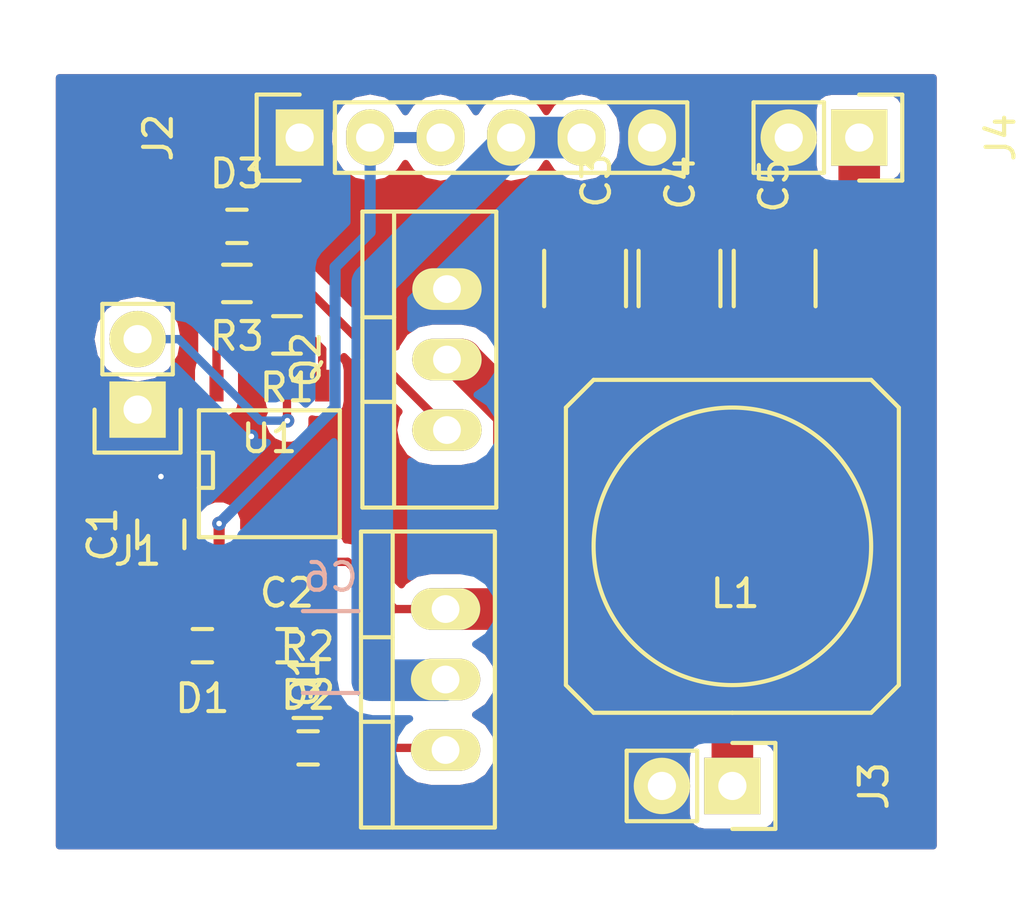
<source format=kicad_pcb>
(kicad_pcb (version 20170123) (host pcbnew "(2017-08-08 revision 53204e097)-makepkg")

  (general
    (thickness 1.6)
    (drawings 0)
    (tracks 92)
    (zones 0)
    (modules 20)
    (nets 13)
  )

  (page A4)
  (layers
    (0 F.Cu signal)
    (31 B.Cu signal)
    (32 B.Adhes user)
    (33 F.Adhes user)
    (34 B.Paste user)
    (35 F.Paste user)
    (36 B.SilkS user)
    (37 F.SilkS user)
    (38 B.Mask user)
    (39 F.Mask user)
    (40 Dwgs.User user)
    (41 Cmts.User user)
    (42 Eco1.User user)
    (43 Eco2.User user)
    (44 Edge.Cuts user)
    (45 Margin user)
    (46 B.CrtYd user)
    (47 F.CrtYd user)
    (48 B.Fab user)
    (49 F.Fab user)
  )

  (setup
    (last_trace_width 1.5)
    (user_trace_width 0.2)
    (user_trace_width 0.3)
    (user_trace_width 0.4)
    (user_trace_width 1.5)
    (user_trace_width 2)
    (trace_clearance 0.2)
    (zone_clearance 0.508)
    (zone_45_only no)
    (trace_min 0.2)
    (segment_width 0.2)
    (edge_width 0.15)
    (via_size 0.5)
    (via_drill 0.2)
    (via_min_size 0.45)
    (via_min_drill 0.2)
    (uvia_size 0.45)
    (uvia_drill 0.2)
    (uvias_allowed no)
    (uvia_min_size 0.2)
    (uvia_min_drill 0.1)
    (pcb_text_width 0.3)
    (pcb_text_size 1.5 1.5)
    (mod_edge_width 0.15)
    (mod_text_size 1 1)
    (mod_text_width 0.15)
    (pad_size 1.524 1.524)
    (pad_drill 0.762)
    (pad_to_mask_clearance 0.2)
    (aux_axis_origin 0 0)
    (visible_elements 7FFFFFFF)
    (pcbplotparams
      (layerselection 0x00030_ffffffff)
      (usegerberextensions false)
      (excludeedgelayer true)
      (linewidth 0.100000)
      (plotframeref false)
      (viasonmask false)
      (mode 1)
      (useauxorigin false)
      (hpglpennumber 1)
      (hpglpenspeed 20)
      (hpglpendiameter 15)
      (psnegative false)
      (psa4output false)
      (plotreference true)
      (plotvalue true)
      (plotinvisibletext false)
      (padsonsilk false)
      (subtractmaskfromsilk false)
      (outputformat 1)
      (mirror false)
      (drillshape 1)
      (scaleselection 1)
      (outputdirectory ""))
  )

  (net 0 "")
  (net 1 GND)
  (net 2 VDD)
  (net 3 "Net-(C2-Pad1)")
  (net 4 /OUT)
  (net 5 "Net-(D2-Pad1)")
  (net 6 "Net-(D2-Pad2)")
  (net 7 "Net-(D3-Pad2)")
  (net 8 "Net-(D3-Pad1)")
  (net 9 /IN)
  (net 10 VCC)
  (net 11 "Net-(R1-Pad1)")
  (net 12 /SWITCH)

  (net_class Default "This is the default net class."
    (clearance 0.2)
    (trace_width 0.2)
    (via_dia 0.5)
    (via_drill 0.2)
    (uvia_dia 0.45)
    (uvia_drill 0.2)
    (add_net /IN)
    (add_net /OUT)
    (add_net /SWITCH)
    (add_net GND)
    (add_net "Net-(C2-Pad1)")
    (add_net "Net-(D2-Pad1)")
    (add_net "Net-(D2-Pad2)")
    (add_net "Net-(D3-Pad1)")
    (add_net "Net-(D3-Pad2)")
    (add_net "Net-(R1-Pad1)")
    (add_net VCC)
    (add_net VDD)
  )

  (module Pin_Headers:Pin_Header_Straight_1x02 (layer F.Cu) (tedit 54EA090C) (tstamp 59F4BAB9)
    (at 142.494 110.744 270)
    (descr "Through hole pin header")
    (tags "pin header")
    (path /59E4C031)
    (fp_text reference J3 (at 0 -5.1 270) (layer F.SilkS)
      (effects (font (size 1 1) (thickness 0.15)))
    )
    (fp_text value CONN_01X02 (at 0 -3.1 270) (layer F.Fab)
      (effects (font (size 1 1) (thickness 0.15)))
    )
    (fp_line (start 1.27 1.27) (end 1.27 3.81) (layer F.SilkS) (width 0.15))
    (fp_line (start 1.55 -1.55) (end 1.55 0) (layer F.SilkS) (width 0.15))
    (fp_line (start -1.75 -1.75) (end -1.75 4.3) (layer F.CrtYd) (width 0.05))
    (fp_line (start 1.75 -1.75) (end 1.75 4.3) (layer F.CrtYd) (width 0.05))
    (fp_line (start -1.75 -1.75) (end 1.75 -1.75) (layer F.CrtYd) (width 0.05))
    (fp_line (start -1.75 4.3) (end 1.75 4.3) (layer F.CrtYd) (width 0.05))
    (fp_line (start 1.27 1.27) (end -1.27 1.27) (layer F.SilkS) (width 0.15))
    (fp_line (start -1.55 0) (end -1.55 -1.55) (layer F.SilkS) (width 0.15))
    (fp_line (start -1.55 -1.55) (end 1.55 -1.55) (layer F.SilkS) (width 0.15))
    (fp_line (start -1.27 1.27) (end -1.27 3.81) (layer F.SilkS) (width 0.15))
    (fp_line (start -1.27 3.81) (end 1.27 3.81) (layer F.SilkS) (width 0.15))
    (pad 1 thru_hole rect (at 0 0 270) (size 2.032 2.032) (drill 1.016) (layers *.Cu *.Mask F.SilkS)
      (net 12 /SWITCH))
    (pad 2 thru_hole oval (at 0 2.54 270) (size 2.032 2.032) (drill 1.016) (layers *.Cu *.Mask F.SilkS)
      (net 1 GND))
    (model Pin_Headers.3dshapes/Pin_Header_Straight_1x02.wrl
      (at (xyz 0 -0.05 0))
      (scale (xyz 1 1 1))
      (rotate (xyz 0 0 90))
    )
  )

  (module TO_SOT_Packages_THT:TO-220_Neutral123_Vertical (layer F.Cu) (tedit 0) (tstamp 59E5F642)
    (at 132.207 95.377 90)
    (descr "TO-220, Neutral, Vertical,")
    (tags "TO-220, Neutral, Vertical,")
    (path /59D77036)
    (fp_text reference Q2 (at 0 -5.08 90) (layer F.SilkS)
      (effects (font (size 1 1) (thickness 0.15)))
    )
    (fp_text value Q_NMOS_GDSD (at 0 3.81 90) (layer F.Fab)
      (effects (font (size 1 1) (thickness 0.15)))
    )
    (fp_line (start -1.524 -3.048) (end -1.524 -1.905) (layer F.SilkS) (width 0.15))
    (fp_line (start 1.524 -3.048) (end 1.524 -1.905) (layer F.SilkS) (width 0.15))
    (fp_line (start 5.334 -1.905) (end 5.334 1.778) (layer F.SilkS) (width 0.15))
    (fp_line (start 5.334 1.778) (end -5.334 1.778) (layer F.SilkS) (width 0.15))
    (fp_line (start -5.334 1.778) (end -5.334 -1.905) (layer F.SilkS) (width 0.15))
    (fp_line (start 5.334 -3.048) (end 5.334 -1.905) (layer F.SilkS) (width 0.15))
    (fp_line (start 5.334 -1.905) (end -5.334 -1.905) (layer F.SilkS) (width 0.15))
    (fp_line (start -5.334 -1.905) (end -5.334 -3.048) (layer F.SilkS) (width 0.15))
    (fp_line (start 0 -3.048) (end -5.334 -3.048) (layer F.SilkS) (width 0.15))
    (fp_line (start 0 -3.048) (end 5.334 -3.048) (layer F.SilkS) (width 0.15))
    (pad 2 thru_hole oval (at 0 0 180) (size 2.49936 1.50114) (drill 1.00076) (layers *.Cu *.Mask F.SilkS)
      (net 12 /SWITCH))
    (pad 1 thru_hole oval (at -2.54 0 180) (size 2.49936 1.50114) (drill 1.00076) (layers *.Cu *.Mask F.SilkS)
      (net 7 "Net-(D3-Pad2)"))
    (pad 3 thru_hole oval (at 2.54 0 180) (size 2.49936 1.50114) (drill 1.00076) (layers *.Cu *.Mask F.SilkS)
      (net 1 GND))
    (model TO_SOT_Packages_THT.3dshapes/TO-220_Neutral123_Vertical.wrl
      (at (xyz 0 0 0))
      (scale (xyz 0.3937 0.3937 0.3937))
      (rotate (xyz 0 0 0))
    )
  )

  (module Capacitors_SMD:C_0603 (layer F.Cu) (tedit 5415D631) (tstamp 59E5F5B2)
    (at 123.3932 105.6894 180)
    (descr "Capacitor SMD 0603, reflow soldering, AVX (see smccp.pdf)")
    (tags "capacitor 0603")
    (path /59D76E00)
    (attr smd)
    (fp_text reference D1 (at 0 -1.9 180) (layer F.SilkS)
      (effects (font (size 1 1) (thickness 0.15)))
    )
    (fp_text value 1N4148 (at 0 1.9 180) (layer F.Fab)
      (effects (font (size 1 1) (thickness 0.15)))
    )
    (fp_line (start -1.45 -0.75) (end 1.45 -0.75) (layer F.CrtYd) (width 0.05))
    (fp_line (start -1.45 0.75) (end 1.45 0.75) (layer F.CrtYd) (width 0.05))
    (fp_line (start -1.45 -0.75) (end -1.45 0.75) (layer F.CrtYd) (width 0.05))
    (fp_line (start 1.45 -0.75) (end 1.45 0.75) (layer F.CrtYd) (width 0.05))
    (fp_line (start -0.35 -0.6) (end 0.35 -0.6) (layer F.SilkS) (width 0.15))
    (fp_line (start 0.35 0.6) (end -0.35 0.6) (layer F.SilkS) (width 0.15))
    (pad 1 smd rect (at -0.75 0 180) (size 0.8 0.75) (layers F.Cu F.Paste F.Mask)
      (net 3 "Net-(C2-Pad1)"))
    (pad 2 smd rect (at 0.75 0 180) (size 0.8 0.75) (layers F.Cu F.Paste F.Mask)
      (net 2 VDD))
    (model Capacitors_SMD.3dshapes/C_0603.wrl
      (at (xyz 0 0 0))
      (scale (xyz 1 1 1))
      (rotate (xyz 0 0 0))
    )
  )

  (module Capacitors_SMD:C_0603 (layer F.Cu) (tedit 5415D631) (tstamp 59E5F5BE)
    (at 127.2032 109.3724)
    (descr "Capacitor SMD 0603, reflow soldering, AVX (see smccp.pdf)")
    (tags "capacitor 0603")
    (path /59D77F66)
    (attr smd)
    (fp_text reference D2 (at 0 -1.9) (layer F.SilkS)
      (effects (font (size 1 1) (thickness 0.15)))
    )
    (fp_text value 1N4148 (at 0 1.9) (layer F.Fab)
      (effects (font (size 1 1) (thickness 0.15)))
    )
    (fp_line (start -1.45 -0.75) (end 1.45 -0.75) (layer F.CrtYd) (width 0.05))
    (fp_line (start -1.45 0.75) (end 1.45 0.75) (layer F.CrtYd) (width 0.05))
    (fp_line (start -1.45 -0.75) (end -1.45 0.75) (layer F.CrtYd) (width 0.05))
    (fp_line (start 1.45 -0.75) (end 1.45 0.75) (layer F.CrtYd) (width 0.05))
    (fp_line (start -0.35 -0.6) (end 0.35 -0.6) (layer F.SilkS) (width 0.15))
    (fp_line (start 0.35 0.6) (end -0.35 0.6) (layer F.SilkS) (width 0.15))
    (pad 1 smd rect (at -0.75 0) (size 0.8 0.75) (layers F.Cu F.Paste F.Mask)
      (net 5 "Net-(D2-Pad1)"))
    (pad 2 smd rect (at 0.75 0) (size 0.8 0.75) (layers F.Cu F.Paste F.Mask)
      (net 6 "Net-(D2-Pad2)"))
    (model Capacitors_SMD.3dshapes/C_0603.wrl
      (at (xyz 0 0 0))
      (scale (xyz 1 1 1))
      (rotate (xyz 0 0 0))
    )
  )

  (module Capacitors_SMD:C_0603 (layer F.Cu) (tedit 5415D631) (tstamp 59E5F5CA)
    (at 124.6378 90.5764)
    (descr "Capacitor SMD 0603, reflow soldering, AVX (see smccp.pdf)")
    (tags "capacitor 0603")
    (path /59D77FD9)
    (attr smd)
    (fp_text reference D3 (at 0 -1.9) (layer F.SilkS)
      (effects (font (size 1 1) (thickness 0.15)))
    )
    (fp_text value D (at 0 1.9) (layer F.Fab)
      (effects (font (size 1 1) (thickness 0.15)))
    )
    (fp_line (start 0.35 0.6) (end -0.35 0.6) (layer F.SilkS) (width 0.15))
    (fp_line (start -0.35 -0.6) (end 0.35 -0.6) (layer F.SilkS) (width 0.15))
    (fp_line (start 1.45 -0.75) (end 1.45 0.75) (layer F.CrtYd) (width 0.05))
    (fp_line (start -1.45 -0.75) (end -1.45 0.75) (layer F.CrtYd) (width 0.05))
    (fp_line (start -1.45 0.75) (end 1.45 0.75) (layer F.CrtYd) (width 0.05))
    (fp_line (start -1.45 -0.75) (end 1.45 -0.75) (layer F.CrtYd) (width 0.05))
    (pad 2 smd rect (at 0.75 0) (size 0.8 0.75) (layers F.Cu F.Paste F.Mask)
      (net 7 "Net-(D3-Pad2)"))
    (pad 1 smd rect (at -0.75 0) (size 0.8 0.75) (layers F.Cu F.Paste F.Mask)
      (net 8 "Net-(D3-Pad1)"))
    (model Capacitors_SMD.3dshapes/C_0603.wrl
      (at (xyz 0 0 0))
      (scale (xyz 1 1 1))
      (rotate (xyz 0 0 0))
    )
  )

  (module Pin_Headers:Pin_Header_Straight_1x02 (layer F.Cu) (tedit 54EA090C) (tstamp 59E5F5DB)
    (at 121.0564 97.1804 180)
    (descr "Through hole pin header")
    (tags "pin header")
    (path /59D793D2)
    (fp_text reference J1 (at 0 -5.1 180) (layer F.SilkS)
      (effects (font (size 1 1) (thickness 0.15)))
    )
    (fp_text value CONN_01X02 (at 0 -3.1 180) (layer F.Fab)
      (effects (font (size 1 1) (thickness 0.15)))
    )
    (fp_line (start 1.27 1.27) (end 1.27 3.81) (layer F.SilkS) (width 0.15))
    (fp_line (start 1.55 -1.55) (end 1.55 0) (layer F.SilkS) (width 0.15))
    (fp_line (start -1.75 -1.75) (end -1.75 4.3) (layer F.CrtYd) (width 0.05))
    (fp_line (start 1.75 -1.75) (end 1.75 4.3) (layer F.CrtYd) (width 0.05))
    (fp_line (start -1.75 -1.75) (end 1.75 -1.75) (layer F.CrtYd) (width 0.05))
    (fp_line (start -1.75 4.3) (end 1.75 4.3) (layer F.CrtYd) (width 0.05))
    (fp_line (start 1.27 1.27) (end -1.27 1.27) (layer F.SilkS) (width 0.15))
    (fp_line (start -1.55 0) (end -1.55 -1.55) (layer F.SilkS) (width 0.15))
    (fp_line (start -1.55 -1.55) (end 1.55 -1.55) (layer F.SilkS) (width 0.15))
    (fp_line (start -1.27 1.27) (end -1.27 3.81) (layer F.SilkS) (width 0.15))
    (fp_line (start -1.27 3.81) (end 1.27 3.81) (layer F.SilkS) (width 0.15))
    (pad 1 thru_hole rect (at 0 0 180) (size 2.032 2.032) (drill 1.016) (layers *.Cu *.Mask F.SilkS)
      (net 1 GND))
    (pad 2 thru_hole oval (at 0 2.54 180) (size 2.032 2.032) (drill 1.016) (layers *.Cu *.Mask F.SilkS)
      (net 9 /IN))
    (model Pin_Headers.3dshapes/Pin_Header_Straight_1x02.wrl
      (at (xyz 0 -0.05 0))
      (scale (xyz 1 1 1))
      (rotate (xyz 0 0 90))
    )
  )

  (module Pin_Headers:Pin_Header_Straight_1x02 (layer F.Cu) (tedit 54EA090C) (tstamp 59E5F60E)
    (at 147.066 87.376 270)
    (descr "Through hole pin header")
    (tags "pin header")
    (path /59D7927B)
    (fp_text reference J4 (at 0 -5.1 270) (layer F.SilkS)
      (effects (font (size 1 1) (thickness 0.15)))
    )
    (fp_text value CONN_01X02 (at 0 -3.1 270) (layer F.Fab)
      (effects (font (size 1 1) (thickness 0.15)))
    )
    (fp_line (start 1.27 1.27) (end 1.27 3.81) (layer F.SilkS) (width 0.15))
    (fp_line (start 1.55 -1.55) (end 1.55 0) (layer F.SilkS) (width 0.15))
    (fp_line (start -1.75 -1.75) (end -1.75 4.3) (layer F.CrtYd) (width 0.05))
    (fp_line (start 1.75 -1.75) (end 1.75 4.3) (layer F.CrtYd) (width 0.05))
    (fp_line (start -1.75 -1.75) (end 1.75 -1.75) (layer F.CrtYd) (width 0.05))
    (fp_line (start -1.75 4.3) (end 1.75 4.3) (layer F.CrtYd) (width 0.05))
    (fp_line (start 1.27 1.27) (end -1.27 1.27) (layer F.SilkS) (width 0.15))
    (fp_line (start -1.55 0) (end -1.55 -1.55) (layer F.SilkS) (width 0.15))
    (fp_line (start -1.55 -1.55) (end 1.55 -1.55) (layer F.SilkS) (width 0.15))
    (fp_line (start -1.27 1.27) (end -1.27 3.81) (layer F.SilkS) (width 0.15))
    (fp_line (start -1.27 3.81) (end 1.27 3.81) (layer F.SilkS) (width 0.15))
    (pad 1 thru_hole rect (at 0 0 270) (size 2.032 2.032) (drill 1.016) (layers *.Cu *.Mask F.SilkS)
      (net 4 /OUT))
    (pad 2 thru_hole oval (at 0 2.54 270) (size 2.032 2.032) (drill 1.016) (layers *.Cu *.Mask F.SilkS)
      (net 1 GND))
    (model Pin_Headers.3dshapes/Pin_Header_Straight_1x02.wrl
      (at (xyz 0 -0.05 0))
      (scale (xyz 1 1 1))
      (rotate (xyz 0 0 90))
    )
  )

  (module Inductors:SELF-WE-PD-XXL (layer F.Cu) (tedit 0) (tstamp 59E5F620)
    (at 142.494 102.108 90)
    (descr "SELF- WE-PD-XXL")
    (path /59D76EB0)
    (attr smd)
    (fp_text reference L1 (at -1.69926 0.09906 180) (layer F.SilkS)
      (effects (font (size 1 1) (thickness 0.15)))
    )
    (fp_text value L (at 1.80086 0 180) (layer F.Fab)
      (effects (font (size 1 1) (thickness 0.15)))
    )
    (fp_circle (center 0 0) (end 0 -5.00126) (layer F.SilkS) (width 0.15))
    (fp_line (start -5.99948 0) (end -5.99948 -5.00126) (layer F.SilkS) (width 0.15))
    (fp_line (start -5.99948 -5.00126) (end -5.00126 -5.99948) (layer F.SilkS) (width 0.15))
    (fp_line (start -5.00126 -5.99948) (end 5.00126 -5.99948) (layer F.SilkS) (width 0.15))
    (fp_line (start 5.00126 -5.99948) (end 5.99948 -5.00126) (layer F.SilkS) (width 0.15))
    (fp_line (start 5.99948 -5.00126) (end 5.99948 5.00126) (layer F.SilkS) (width 0.15))
    (fp_line (start 5.99948 5.00126) (end 5.00126 5.99948) (layer F.SilkS) (width 0.15))
    (fp_line (start 5.00126 5.99948) (end -5.00126 5.99948) (layer F.SilkS) (width 0.15))
    (fp_line (start -5.00126 5.99948) (end -5.99948 5.00126) (layer F.SilkS) (width 0.15))
    (fp_line (start -5.99948 5.00126) (end -5.99948 0) (layer F.SilkS) (width 0.15))
    (fp_text user "" (at 0 0 90) (layer F.SilkS)
      (effects (font (size 1 1) (thickness 0.15)))
    )
    (fp_text user "" (at 0 0 90) (layer F.SilkS)
      (effects (font (size 1 1) (thickness 0.15)))
    )
    (pad 1 smd rect (at -5.00126 0 90) (size 2.90068 5.40004) (layers F.Cu F.Paste F.Mask)
      (net 12 /SWITCH))
    (pad 2 smd rect (at 5.00126 0 90) (size 2.90068 5.40004) (layers F.Cu F.Paste F.Mask)
      (net 4 /OUT))
    (model Inductors.3dshapes/SELF-WE-PD-XXL.wrl
      (at (xyz 0 0 0))
      (scale (xyz 1 1 1))
      (rotate (xyz 0 0 0))
    )
  )

  (module TO_SOT_Packages_THT:TO-220_Neutral123_Vertical (layer F.Cu) (tedit 0) (tstamp 59E5F631)
    (at 132.1562 106.9086 90)
    (descr "TO-220, Neutral, Vertical,")
    (tags "TO-220, Neutral, Vertical,")
    (path /59D76FB2)
    (fp_text reference Q1 (at 0 -5.08 90) (layer F.SilkS)
      (effects (font (size 1 1) (thickness 0.15)))
    )
    (fp_text value Q_NMOS_GDSD (at 0 3.81 90) (layer F.Fab)
      (effects (font (size 1 1) (thickness 0.15)))
    )
    (fp_line (start 0 -3.048) (end 5.334 -3.048) (layer F.SilkS) (width 0.15))
    (fp_line (start 0 -3.048) (end -5.334 -3.048) (layer F.SilkS) (width 0.15))
    (fp_line (start -5.334 -1.905) (end -5.334 -3.048) (layer F.SilkS) (width 0.15))
    (fp_line (start 5.334 -1.905) (end -5.334 -1.905) (layer F.SilkS) (width 0.15))
    (fp_line (start 5.334 -3.048) (end 5.334 -1.905) (layer F.SilkS) (width 0.15))
    (fp_line (start -5.334 1.778) (end -5.334 -1.905) (layer F.SilkS) (width 0.15))
    (fp_line (start 5.334 1.778) (end -5.334 1.778) (layer F.SilkS) (width 0.15))
    (fp_line (start 5.334 -1.905) (end 5.334 1.778) (layer F.SilkS) (width 0.15))
    (fp_line (start 1.524 -3.048) (end 1.524 -1.905) (layer F.SilkS) (width 0.15))
    (fp_line (start -1.524 -3.048) (end -1.524 -1.905) (layer F.SilkS) (width 0.15))
    (pad 3 thru_hole oval (at 2.54 0 180) (size 2.49936 1.50114) (drill 1.00076) (layers *.Cu *.Mask F.SilkS)
      (net 12 /SWITCH))
    (pad 1 thru_hole oval (at -2.54 0 180) (size 2.49936 1.50114) (drill 1.00076) (layers *.Cu *.Mask F.SilkS)
      (net 6 "Net-(D2-Pad2)"))
    (pad 2 thru_hole oval (at 0 0 180) (size 2.49936 1.50114) (drill 1.00076) (layers *.Cu *.Mask F.SilkS)
      (net 10 VCC))
    (model TO_SOT_Packages_THT.3dshapes/TO-220_Neutral123_Vertical.wrl
      (at (xyz 0 0 0))
      (scale (xyz 0.3937 0.3937 0.3937))
      (rotate (xyz 0 0 0))
    )
  )

  (module Resistors_SMD:R_0603 (layer F.Cu) (tedit 5415CC62) (tstamp 59E5F64E)
    (at 126.4412 94.488 180)
    (descr "Resistor SMD 0603, reflow soldering, Vishay (see dcrcw.pdf)")
    (tags "resistor 0603")
    (path /59D76CF6)
    (attr smd)
    (fp_text reference R1 (at 0 -1.9 180) (layer F.SilkS)
      (effects (font (size 1 1) (thickness 0.15)))
    )
    (fp_text value 10k (at 0 1.9 180) (layer F.Fab)
      (effects (font (size 1 1) (thickness 0.15)))
    )
    (fp_line (start -1.3 -0.8) (end 1.3 -0.8) (layer F.CrtYd) (width 0.05))
    (fp_line (start -1.3 0.8) (end 1.3 0.8) (layer F.CrtYd) (width 0.05))
    (fp_line (start -1.3 -0.8) (end -1.3 0.8) (layer F.CrtYd) (width 0.05))
    (fp_line (start 1.3 -0.8) (end 1.3 0.8) (layer F.CrtYd) (width 0.05))
    (fp_line (start 0.5 0.675) (end -0.5 0.675) (layer F.SilkS) (width 0.15))
    (fp_line (start -0.5 -0.675) (end 0.5 -0.675) (layer F.SilkS) (width 0.15))
    (pad 1 smd rect (at -0.75 0 180) (size 0.5 0.9) (layers F.Cu F.Paste F.Mask)
      (net 11 "Net-(R1-Pad1)"))
    (pad 2 smd rect (at 0.75 0 180) (size 0.5 0.9) (layers F.Cu F.Paste F.Mask)
      (net 1 GND))
    (model Resistors_SMD.3dshapes/R_0603.wrl
      (at (xyz 0 0 0))
      (scale (xyz 1 1 1))
      (rotate (xyz 0 0 0))
    )
  )

  (module Resistors_SMD:R_0603 (layer F.Cu) (tedit 5415CC62) (tstamp 59E5F65A)
    (at 127.1778 107.6198)
    (descr "Resistor SMD 0603, reflow soldering, Vishay (see dcrcw.pdf)")
    (tags "resistor 0603")
    (path /59D76DA0)
    (attr smd)
    (fp_text reference R2 (at 0 -1.9) (layer F.SilkS)
      (effects (font (size 1 1) (thickness 0.15)))
    )
    (fp_text value 10R (at 0 1.9) (layer F.Fab)
      (effects (font (size 1 1) (thickness 0.15)))
    )
    (fp_line (start -0.5 -0.675) (end 0.5 -0.675) (layer F.SilkS) (width 0.15))
    (fp_line (start 0.5 0.675) (end -0.5 0.675) (layer F.SilkS) (width 0.15))
    (fp_line (start 1.3 -0.8) (end 1.3 0.8) (layer F.CrtYd) (width 0.05))
    (fp_line (start -1.3 -0.8) (end -1.3 0.8) (layer F.CrtYd) (width 0.05))
    (fp_line (start -1.3 0.8) (end 1.3 0.8) (layer F.CrtYd) (width 0.05))
    (fp_line (start -1.3 -0.8) (end 1.3 -0.8) (layer F.CrtYd) (width 0.05))
    (pad 2 smd rect (at 0.75 0) (size 0.5 0.9) (layers F.Cu F.Paste F.Mask)
      (net 6 "Net-(D2-Pad2)"))
    (pad 1 smd rect (at -0.75 0) (size 0.5 0.9) (layers F.Cu F.Paste F.Mask)
      (net 5 "Net-(D2-Pad1)"))
    (model Resistors_SMD.3dshapes/R_0603.wrl
      (at (xyz 0 0 0))
      (scale (xyz 1 1 1))
      (rotate (xyz 0 0 0))
    )
  )

  (module Resistors_SMD:R_0603 (layer F.Cu) (tedit 5415CC62) (tstamp 59E5F666)
    (at 124.6378 92.6338 180)
    (descr "Resistor SMD 0603, reflow soldering, Vishay (see dcrcw.pdf)")
    (tags "resistor 0603")
    (path /59D76D3D)
    (attr smd)
    (fp_text reference R3 (at 0 -1.9 180) (layer F.SilkS)
      (effects (font (size 1 1) (thickness 0.15)))
    )
    (fp_text value 1N4148 (at 0 1.9 180) (layer F.Fab)
      (effects (font (size 1 1) (thickness 0.15)))
    )
    (fp_line (start -1.3 -0.8) (end 1.3 -0.8) (layer F.CrtYd) (width 0.05))
    (fp_line (start -1.3 0.8) (end 1.3 0.8) (layer F.CrtYd) (width 0.05))
    (fp_line (start -1.3 -0.8) (end -1.3 0.8) (layer F.CrtYd) (width 0.05))
    (fp_line (start 1.3 -0.8) (end 1.3 0.8) (layer F.CrtYd) (width 0.05))
    (fp_line (start 0.5 0.675) (end -0.5 0.675) (layer F.SilkS) (width 0.15))
    (fp_line (start -0.5 -0.675) (end 0.5 -0.675) (layer F.SilkS) (width 0.15))
    (pad 1 smd rect (at -0.75 0 180) (size 0.5 0.9) (layers F.Cu F.Paste F.Mask)
      (net 7 "Net-(D3-Pad2)"))
    (pad 2 smd rect (at 0.75 0 180) (size 0.5 0.9) (layers F.Cu F.Paste F.Mask)
      (net 8 "Net-(D3-Pad1)"))
    (model Resistors_SMD.3dshapes/R_0603.wrl
      (at (xyz 0 0 0))
      (scale (xyz 1 1 1))
      (rotate (xyz 0 0 0))
    )
  )

  (module SMD_Packages:SOIC-8-N (layer F.Cu) (tedit 0) (tstamp 59E5F679)
    (at 125.8062 99.4918)
    (descr "Module Narrow CMS SOJ 8 pins large")
    (tags "CMS SOJ")
    (path /59D7AE2B)
    (attr smd)
    (fp_text reference U1 (at 0 -1.27) (layer F.SilkS)
      (effects (font (size 1 1) (thickness 0.15)))
    )
    (fp_text value LM5104 (at 0 1.27) (layer F.Fab)
      (effects (font (size 1 1) (thickness 0.15)))
    )
    (fp_line (start -2.54 -2.286) (end 2.54 -2.286) (layer F.SilkS) (width 0.15))
    (fp_line (start 2.54 -2.286) (end 2.54 2.286) (layer F.SilkS) (width 0.15))
    (fp_line (start 2.54 2.286) (end -2.54 2.286) (layer F.SilkS) (width 0.15))
    (fp_line (start -2.54 2.286) (end -2.54 -2.286) (layer F.SilkS) (width 0.15))
    (fp_line (start -2.54 -0.762) (end -2.032 -0.762) (layer F.SilkS) (width 0.15))
    (fp_line (start -2.032 -0.762) (end -2.032 0.508) (layer F.SilkS) (width 0.15))
    (fp_line (start -2.032 0.508) (end -2.54 0.508) (layer F.SilkS) (width 0.15))
    (pad 8 smd rect (at -1.905 -3.175) (size 0.508 1.143) (layers F.Cu F.Paste F.Mask)
      (net 8 "Net-(D3-Pad1)"))
    (pad 7 smd rect (at -0.635 -3.175) (size 0.508 1.143) (layers F.Cu F.Paste F.Mask)
      (net 1 GND))
    (pad 6 smd rect (at 0.635 -3.175) (size 0.508 1.143) (layers F.Cu F.Paste F.Mask)
      (net 9 /IN))
    (pad 5 smd rect (at 1.905 -3.175) (size 0.508 1.143) (layers F.Cu F.Paste F.Mask)
      (net 11 "Net-(R1-Pad1)"))
    (pad 4 smd rect (at 1.905 3.175) (size 0.508 1.143) (layers F.Cu F.Paste F.Mask)
      (net 12 /SWITCH))
    (pad 3 smd rect (at 0.635 3.175) (size 0.508 1.143) (layers F.Cu F.Paste F.Mask)
      (net 5 "Net-(D2-Pad1)"))
    (pad 2 smd rect (at -0.635 3.175) (size 0.508 1.143) (layers F.Cu F.Paste F.Mask)
      (net 3 "Net-(C2-Pad1)"))
    (pad 1 smd rect (at -1.905 3.175) (size 0.508 1.143) (layers F.Cu F.Paste F.Mask)
      (net 2 VDD))
    (model SMD_Packages.3dshapes/SOIC-8-N.wrl
      (at (xyz 0 0 0))
      (scale (xyz 0.5 0.38 0.5))
      (rotate (xyz 0 0 0))
    )
  )

  (module Capacitors_SMD:C_0805 (layer F.Cu) (tedit 5415D6EA) (tstamp 59E85B34)
    (at 121.8946 101.6762 90)
    (descr "Capacitor SMD 0805, reflow soldering, AVX (see smccp.pdf)")
    (tags "capacitor 0805")
    (path /59D76CCF)
    (attr smd)
    (fp_text reference C1 (at 0 -2.1 90) (layer F.SilkS)
      (effects (font (size 1 1) (thickness 0.15)))
    )
    (fp_text value 1u (at 0 2.1 90) (layer F.Fab)
      (effects (font (size 1 1) (thickness 0.15)))
    )
    (fp_line (start -1.8 -1) (end 1.8 -1) (layer F.CrtYd) (width 0.05))
    (fp_line (start -1.8 1) (end 1.8 1) (layer F.CrtYd) (width 0.05))
    (fp_line (start -1.8 -1) (end -1.8 1) (layer F.CrtYd) (width 0.05))
    (fp_line (start 1.8 -1) (end 1.8 1) (layer F.CrtYd) (width 0.05))
    (fp_line (start 0.5 -0.85) (end -0.5 -0.85) (layer F.SilkS) (width 0.15))
    (fp_line (start -0.5 0.85) (end 0.5 0.85) (layer F.SilkS) (width 0.15))
    (pad 1 smd rect (at -1 0 90) (size 1 1.25) (layers F.Cu F.Paste F.Mask)
      (net 2 VDD))
    (pad 2 smd rect (at 1 0 90) (size 1 1.25) (layers F.Cu F.Paste F.Mask)
      (net 1 GND))
    (model Capacitors_SMD.3dshapes/C_0805.wrl
      (at (xyz 0 0 0))
      (scale (xyz 1 1 1))
      (rotate (xyz 0 0 0))
    )
  )

  (module Capacitors_SMD:C_0603 (layer F.Cu) (tedit 5415D631) (tstamp 59E85B3F)
    (at 126.4412 105.6894)
    (descr "Capacitor SMD 0603, reflow soldering, AVX (see smccp.pdf)")
    (tags "capacitor 0603")
    (path /59D76C68)
    (attr smd)
    (fp_text reference C2 (at 0 -1.9) (layer F.SilkS)
      (effects (font (size 1 1) (thickness 0.15)))
    )
    (fp_text value 47n (at 0 1.9) (layer F.Fab)
      (effects (font (size 1 1) (thickness 0.15)))
    )
    (fp_line (start -1.45 -0.75) (end 1.45 -0.75) (layer F.CrtYd) (width 0.05))
    (fp_line (start -1.45 0.75) (end 1.45 0.75) (layer F.CrtYd) (width 0.05))
    (fp_line (start -1.45 -0.75) (end -1.45 0.75) (layer F.CrtYd) (width 0.05))
    (fp_line (start 1.45 -0.75) (end 1.45 0.75) (layer F.CrtYd) (width 0.05))
    (fp_line (start -0.35 -0.6) (end 0.35 -0.6) (layer F.SilkS) (width 0.15))
    (fp_line (start 0.35 0.6) (end -0.35 0.6) (layer F.SilkS) (width 0.15))
    (pad 1 smd rect (at -0.75 0) (size 0.8 0.75) (layers F.Cu F.Paste F.Mask)
      (net 3 "Net-(C2-Pad1)"))
    (pad 2 smd rect (at 0.75 0) (size 0.8 0.75) (layers F.Cu F.Paste F.Mask)
      (net 12 /SWITCH))
    (model Capacitors_SMD.3dshapes/C_0603.wrl
      (at (xyz 0 0 0))
      (scale (xyz 1 1 1))
      (rotate (xyz 0 0 0))
    )
  )

  (module Capacitors_SMD:C_1210 (layer F.Cu) (tedit 5415D85D) (tstamp 59EDDA5E)
    (at 140.589 92.456 90)
    (descr "Capacitor SMD 1210, reflow soldering, AVX (see smccp.pdf)")
    (tags "capacitor 1210")
    (path /59D7B2EE)
    (attr smd)
    (fp_text reference C4 (at 3.4544 0.0254 90) (layer F.SilkS)
      (effects (font (size 1 1) (thickness 0.15)))
    )
    (fp_text value 10u (at 0 2.7 90) (layer F.Fab)
      (effects (font (size 1 1) (thickness 0.15)))
    )
    (fp_line (start -2.3 -1.6) (end 2.3 -1.6) (layer F.CrtYd) (width 0.05))
    (fp_line (start -2.3 1.6) (end 2.3 1.6) (layer F.CrtYd) (width 0.05))
    (fp_line (start -2.3 -1.6) (end -2.3 1.6) (layer F.CrtYd) (width 0.05))
    (fp_line (start 2.3 -1.6) (end 2.3 1.6) (layer F.CrtYd) (width 0.05))
    (fp_line (start 1 -1.475) (end -1 -1.475) (layer F.SilkS) (width 0.15))
    (fp_line (start -1 1.475) (end 1 1.475) (layer F.SilkS) (width 0.15))
    (pad 1 smd rect (at -1.5 0 90) (size 1 2.5) (layers F.Cu F.Paste F.Mask)
      (net 4 /OUT))
    (pad 2 smd rect (at 1.5 0 90) (size 1 2.5) (layers F.Cu F.Paste F.Mask)
      (net 1 GND))
    (model Capacitors_SMD.3dshapes/C_1210.wrl
      (at (xyz 0 0 0))
      (scale (xyz 1 1 1))
      (rotate (xyz 0 0 0))
    )
  )

  (module Capacitors_SMD:C_1210 (layer F.Cu) (tedit 5415D85D) (tstamp 59EDDA69)
    (at 144.018 92.456 90)
    (descr "Capacitor SMD 1210, reflow soldering, AVX (see smccp.pdf)")
    (tags "capacitor 1210")
    (path /59D7B33B)
    (attr smd)
    (fp_text reference C5 (at 3.3528 -0.0254 90) (layer F.SilkS)
      (effects (font (size 1 1) (thickness 0.15)))
    )
    (fp_text value 10u (at 0 2.7 90) (layer F.Fab)
      (effects (font (size 1 1) (thickness 0.15)))
    )
    (fp_line (start -1 1.475) (end 1 1.475) (layer F.SilkS) (width 0.15))
    (fp_line (start 1 -1.475) (end -1 -1.475) (layer F.SilkS) (width 0.15))
    (fp_line (start 2.3 -1.6) (end 2.3 1.6) (layer F.CrtYd) (width 0.05))
    (fp_line (start -2.3 -1.6) (end -2.3 1.6) (layer F.CrtYd) (width 0.05))
    (fp_line (start -2.3 1.6) (end 2.3 1.6) (layer F.CrtYd) (width 0.05))
    (fp_line (start -2.3 -1.6) (end 2.3 -1.6) (layer F.CrtYd) (width 0.05))
    (pad 2 smd rect (at 1.5 0 90) (size 1 2.5) (layers F.Cu F.Paste F.Mask)
      (net 1 GND))
    (pad 1 smd rect (at -1.5 0 90) (size 1 2.5) (layers F.Cu F.Paste F.Mask)
      (net 4 /OUT))
    (model Capacitors_SMD.3dshapes/C_1210.wrl
      (at (xyz 0 0 0))
      (scale (xyz 1 1 1))
      (rotate (xyz 0 0 0))
    )
  )

  (module Capacitors_SMD:C_1210 (layer B.Cu) (tedit 5415D85D) (tstamp 59EDDA74)
    (at 128.016 105.918 180)
    (descr "Capacitor SMD 1210, reflow soldering, AVX (see smccp.pdf)")
    (tags "capacitor 1210")
    (path /59E498CD)
    (attr smd)
    (fp_text reference C6 (at 0 2.7 180) (layer B.SilkS)
      (effects (font (size 1 1) (thickness 0.15)) (justify mirror))
    )
    (fp_text value 10u (at 0 -2.7 180) (layer B.Fab)
      (effects (font (size 1 1) (thickness 0.15)) (justify mirror))
    )
    (fp_line (start -2.3 1.6) (end 2.3 1.6) (layer B.CrtYd) (width 0.05))
    (fp_line (start -2.3 -1.6) (end 2.3 -1.6) (layer B.CrtYd) (width 0.05))
    (fp_line (start -2.3 1.6) (end -2.3 -1.6) (layer B.CrtYd) (width 0.05))
    (fp_line (start 2.3 1.6) (end 2.3 -1.6) (layer B.CrtYd) (width 0.05))
    (fp_line (start 1 1.475) (end -1 1.475) (layer B.SilkS) (width 0.15))
    (fp_line (start -1 -1.475) (end 1 -1.475) (layer B.SilkS) (width 0.15))
    (pad 1 smd rect (at -1.5 0 180) (size 1 2.5) (layers B.Cu B.Paste B.Mask)
      (net 10 VCC))
    (pad 2 smd rect (at 1.5 0 180) (size 1 2.5) (layers B.Cu B.Paste B.Mask)
      (net 1 GND))
    (model Capacitors_SMD.3dshapes/C_1210.wrl
      (at (xyz 0 0 0))
      (scale (xyz 1 1 1))
      (rotate (xyz 0 0 0))
    )
  )

  (module Capacitors_SMD:C_1210 (layer F.Cu) (tedit 5415D85D) (tstamp 59EDDBA5)
    (at 137.1854 92.456 90)
    (descr "Capacitor SMD 1210, reflow soldering, AVX (see smccp.pdf)")
    (tags "capacitor 1210")
    (path /59D76E77)
    (attr smd)
    (fp_text reference C3 (at 3.5306 0.4064 90) (layer F.SilkS)
      (effects (font (size 1 1) (thickness 0.15)))
    )
    (fp_text value 68u (at 0 2.7 90) (layer F.Fab)
      (effects (font (size 1 1) (thickness 0.15)))
    )
    (fp_line (start -2.3 -1.6) (end 2.3 -1.6) (layer F.CrtYd) (width 0.05))
    (fp_line (start -2.3 1.6) (end 2.3 1.6) (layer F.CrtYd) (width 0.05))
    (fp_line (start -2.3 -1.6) (end -2.3 1.6) (layer F.CrtYd) (width 0.05))
    (fp_line (start 2.3 -1.6) (end 2.3 1.6) (layer F.CrtYd) (width 0.05))
    (fp_line (start 1 -1.475) (end -1 -1.475) (layer F.SilkS) (width 0.15))
    (fp_line (start -1 1.475) (end 1 1.475) (layer F.SilkS) (width 0.15))
    (pad 1 smd rect (at -1.5 0 90) (size 1 2.5) (layers F.Cu F.Paste F.Mask)
      (net 4 /OUT))
    (pad 2 smd rect (at 1.5 0 90) (size 1 2.5) (layers F.Cu F.Paste F.Mask)
      (net 1 GND))
    (model Capacitors_SMD.3dshapes/C_1210.wrl
      (at (xyz 0 0 0))
      (scale (xyz 1 1 1))
      (rotate (xyz 0 0 0))
    )
  )

  (module Pin_Headers:Pin_Header_Straight_1x06 (layer F.Cu) (tedit 0) (tstamp 59F2703B)
    (at 126.8984 87.376 90)
    (descr "Through hole pin header")
    (tags "pin header")
    (path /59E4AF6E)
    (fp_text reference J2 (at 0 -5.1 90) (layer F.SilkS)
      (effects (font (size 1 1) (thickness 0.15)))
    )
    (fp_text value CONN_01X06 (at 0 -3.1 90) (layer F.Fab)
      (effects (font (size 1 1) (thickness 0.15)))
    )
    (fp_line (start -1.75 -1.75) (end -1.75 14.45) (layer F.CrtYd) (width 0.05))
    (fp_line (start 1.75 -1.75) (end 1.75 14.45) (layer F.CrtYd) (width 0.05))
    (fp_line (start -1.75 -1.75) (end 1.75 -1.75) (layer F.CrtYd) (width 0.05))
    (fp_line (start -1.75 14.45) (end 1.75 14.45) (layer F.CrtYd) (width 0.05))
    (fp_line (start 1.27 1.27) (end 1.27 13.97) (layer F.SilkS) (width 0.15))
    (fp_line (start 1.27 13.97) (end -1.27 13.97) (layer F.SilkS) (width 0.15))
    (fp_line (start -1.27 13.97) (end -1.27 1.27) (layer F.SilkS) (width 0.15))
    (fp_line (start 1.55 -1.55) (end 1.55 0) (layer F.SilkS) (width 0.15))
    (fp_line (start 1.27 1.27) (end -1.27 1.27) (layer F.SilkS) (width 0.15))
    (fp_line (start -1.55 0) (end -1.55 -1.55) (layer F.SilkS) (width 0.15))
    (fp_line (start -1.55 -1.55) (end 1.55 -1.55) (layer F.SilkS) (width 0.15))
    (pad 1 thru_hole rect (at 0 0 90) (size 2.032 1.7272) (drill 1.016) (layers *.Cu *.Mask F.SilkS)
      (net 1 GND))
    (pad 2 thru_hole oval (at 0 2.54 90) (size 2.032 1.7272) (drill 1.016) (layers *.Cu *.Mask F.SilkS)
      (net 2 VDD))
    (pad 3 thru_hole oval (at 0 5.08 90) (size 2.032 1.7272) (drill 1.016) (layers *.Cu *.Mask F.SilkS)
      (net 2 VDD))
    (pad 4 thru_hole oval (at 0 7.62 90) (size 2.032 1.7272) (drill 1.016) (layers *.Cu *.Mask F.SilkS)
      (net 10 VCC))
    (pad 5 thru_hole oval (at 0 10.16 90) (size 2.032 1.7272) (drill 1.016) (layers *.Cu *.Mask F.SilkS)
      (net 10 VCC))
    (pad 6 thru_hole oval (at 0 12.7 90) (size 2.032 1.7272) (drill 1.016) (layers *.Cu *.Mask F.SilkS)
      (net 1 GND))
    (model Pin_Headers.3dshapes/Pin_Header_Straight_1x06.wrl
      (at (xyz 0 -0.25 0))
      (scale (xyz 1 1 1))
      (rotate (xyz 0 0 90))
    )
  )

  (segment (start 121.8946 100.6762) (end 121.8946 99.597114) (width 0.3) (layer F.Cu) (net 1) (status 10))
  (segment (start 121.8946 99.597114) (end 121.898815 99.592899) (width 0.3) (layer F.Cu) (net 1))
  (via (at 121.898815 99.592899) (size 0.5) (drill 0.2) (layers F.Cu B.Cu) (net 1))
  (segment (start 125.1712 96.3168) (end 125.1712 98.133004) (width 0.3) (layer F.Cu) (net 1) (status 10))
  (segment (start 125.1712 98.133004) (end 125.157831 98.146373) (width 0.3) (layer F.Cu) (net 1))
  (via (at 125.157831 98.146373) (size 0.5) (drill 0.2) (layers F.Cu B.Cu) (net 1))
  (segment (start 125.1712 96.3168) (end 125.1712 95.008) (width 0.3) (layer F.Cu) (net 1) (status 10))
  (segment (start 125.1712 95.008) (end 125.6912 94.488) (width 0.3) (layer F.Cu) (net 1) (status 20))
  (segment (start 129.4384 87.376) (end 129.4384 90.7796) (width 0.4) (layer B.Cu) (net 2))
  (segment (start 129.4384 90.7796) (end 128.1748 92.0432) (width 0.4) (layer B.Cu) (net 2))
  (segment (start 124.245249 101.036272) (end 123.99525 101.286271) (width 0.4) (layer B.Cu) (net 2))
  (segment (start 128.1748 92.0432) (end 128.1748 97.106721) (width 0.4) (layer B.Cu) (net 2))
  (segment (start 128.1748 97.106721) (end 124.245249 101.036272) (width 0.4) (layer B.Cu) (net 2))
  (segment (start 123.99525 101.286271) (end 123.99525 102.57275) (width 0.4) (layer F.Cu) (net 2))
  (segment (start 123.99525 102.57275) (end 123.9012 102.6668) (width 0.4) (layer F.Cu) (net 2))
  (via (at 123.99525 101.286271) (size 0.5) (drill 0.2) (layers F.Cu B.Cu) (net 2))
  (segment (start 131.9784 87.376) (end 129.4384 87.376) (width 0.4) (layer B.Cu) (net 2))
  (segment (start 121.8946 102.6762) (end 123.8918 102.6762) (width 0.4) (layer F.Cu) (net 2) (status 30))
  (segment (start 123.8918 102.6762) (end 123.9012 102.6668) (width 0.4) (layer F.Cu) (net 2) (status 30))
  (segment (start 121.8344 102.616) (end 121.8946 102.6762) (width 0.4) (layer F.Cu) (net 2) (status 30))
  (segment (start 121.8946 103.578489) (end 122.6432 104.327089) (width 0.3) (layer F.Cu) (net 2))
  (segment (start 122.6432 104.327089) (end 122.6432 105.6894) (width 0.3) (layer F.Cu) (net 2) (status 20))
  (segment (start 121.8946 102.6762) (end 121.8946 103.578489) (width 0.3) (layer F.Cu) (net 2) (status 10))
  (segment (start 121.904 102.6668) (end 121.8946 102.6762) (width 0.3) (layer F.Cu) (net 2) (status 30))
  (segment (start 125.6912 104.5333) (end 125.1712 104.0133) (width 0.3) (layer F.Cu) (net 3))
  (segment (start 125.1712 104.0133) (end 125.1712 102.6668) (width 0.3) (layer F.Cu) (net 3) (status 20))
  (segment (start 125.6912 105.6894) (end 125.6912 104.5333) (width 0.3) (layer F.Cu) (net 3) (status 10))
  (segment (start 125.6912 105.6894) (end 124.1432 105.6894) (width 0.3) (layer F.Cu) (net 3) (status 30))
  (segment (start 140.589 96.901) (end 140.589 93.956) (width 1.5) (layer F.Cu) (net 4))
  (segment (start 140.79474 97.10674) (end 140.589 96.901) (width 1.5) (layer F.Cu) (net 4))
  (segment (start 142.494 97.10674) (end 140.79474 97.10674) (width 1.5) (layer F.Cu) (net 4))
  (segment (start 144.018 93.956) (end 145.566 93.956) (width 1.5) (layer F.Cu) (net 4))
  (segment (start 145.566 93.956) (end 147.066 92.456) (width 1.5) (layer F.Cu) (net 4))
  (segment (start 147.066 92.456) (end 147.066 89.892) (width 1.5) (layer F.Cu) (net 4))
  (segment (start 147.066 89.892) (end 147.066 87.376) (width 1.5) (layer F.Cu) (net 4))
  (segment (start 140.589 93.956) (end 142.494 93.956) (width 1.5) (layer F.Cu) (net 4))
  (segment (start 142.494 93.956) (end 144.018 93.956) (width 1.5) (layer F.Cu) (net 4))
  (segment (start 137.1854 93.956) (end 140.589 93.956) (width 1.5) (layer F.Cu) (net 4))
  (segment (start 134.5184 87.376) (end 134.5184 87.621507) (width 1.5) (layer B.Cu) (net 10))
  (segment (start 134.5184 87.621507) (end 129.516 92.623907) (width 1.5) (layer B.Cu) (net 10))
  (segment (start 129.516 92.623907) (end 129.516 104.104707) (width 1.5) (layer B.Cu) (net 10))
  (segment (start 129.516 104.104707) (end 129.516 106.934) (width 1.5) (layer B.Cu) (net 10))
  (segment (start 129.516 106.934) (end 132.1308 106.934) (width 1.5) (layer B.Cu) (net 10))
  (segment (start 132.1308 106.934) (end 132.1562 106.9086) (width 1.5) (layer B.Cu) (net 10))
  (segment (start 142.494 107.10926) (end 142.494 110.744) (width 1.5) (layer F.Cu) (net 12))
  (segment (start 137.3886 104.3686) (end 134.62 104.3686) (width 1.5) (layer F.Cu) (net 12))
  (segment (start 134.62 97.29089) (end 134.62 104.3686) (width 1.5) (layer F.Cu) (net 12))
  (segment (start 134.62 104.3686) (end 132.1562 104.3686) (width 1.5) (layer F.Cu) (net 12))
  (segment (start 132.207 95.377) (end 132.70611 95.377) (width 1.5) (layer F.Cu) (net 12))
  (segment (start 132.70611 95.377) (end 134.62 97.29089) (width 1.5) (layer F.Cu) (net 12))
  (segment (start 142.494 107.10926) (end 140.12926 107.10926) (width 1.5) (layer F.Cu) (net 12))
  (segment (start 140.12926 107.10926) (end 137.3886 104.3686) (width 1.5) (layer F.Cu) (net 12))
  (segment (start 141.24432 107.10926) (end 142.494 107.10926) (width 1.5) (layer F.Cu) (net 12))
  (segment (start 132.207 95.377) (end 132.571093 95.377) (width 1.5) (layer F.Cu) (net 12))
  (segment (start 132.207 95.377) (end 132.7404 95.377) (width 1.5) (layer F.Cu) (net 12) (status 30))
  (segment (start 127.7112 102.6668) (end 128.6256 102.6668) (width 0.3) (layer F.Cu) (net 12) (status 10))
  (segment (start 128.6256 102.6668) (end 130.3274 104.3686) (width 0.3) (layer F.Cu) (net 12))
  (segment (start 130.3274 104.3686) (end 132.1562 104.3686) (width 0.3) (layer F.Cu) (net 12) (status 20))
  (segment (start 127.9532 109.3724) (end 132.08 109.3724) (width 0.3) (layer F.Cu) (net 6) (status 30))
  (segment (start 132.08 109.3724) (end 132.1562 109.4486) (width 0.3) (layer F.Cu) (net 6) (status 30))
  (segment (start 132.1562 109.4486) (end 131.792107 109.4486) (width 1.5) (layer F.Cu) (net 6) (status 30))
  (segment (start 127.1912 104.613498) (end 127.7112 104.093498) (width 0.3) (layer F.Cu) (net 12))
  (segment (start 127.7112 104.093498) (end 127.7112 102.6668) (width 0.3) (layer F.Cu) (net 12) (status 20))
  (segment (start 127.1912 105.6894) (end 127.1912 104.613498) (width 0.3) (layer F.Cu) (net 12) (status 10))
  (segment (start 126.4278 107.6198) (end 126.4278 109.347) (width 0.3) (layer F.Cu) (net 5) (status 30))
  (segment (start 126.4278 109.347) (end 126.4532 109.3724) (width 0.3) (layer F.Cu) (net 5) (status 30))
  (segment (start 126.4412 102.6668) (end 126.4412 107.5824) (width 0.3) (layer F.Cu) (net 5) (status 30))
  (segment (start 126.4412 107.5824) (end 126.4786 107.6198) (width 0.3) (layer F.Cu) (net 5) (status 30))
  (segment (start 132.1562 104.3686) (end 131.5974 104.3686) (width 0.3) (layer F.Cu) (net 12) (status 30))
  (segment (start 127.9278 107.2762) (end 127.9278 107.6198) (width 0.3) (layer F.Cu) (net 6) (status 30))
  (segment (start 127.9278 107.6198) (end 127.9278 109.347) (width 0.3) (layer F.Cu) (net 6) (status 30))
  (segment (start 127.9278 109.347) (end 127.9532 109.3724) (width 0.3) (layer F.Cu) (net 6) (status 30))
  (segment (start 132.207 97.917) (end 132.207 97.8662) (width 0.3) (layer F.Cu) (net 7) (status 30))
  (segment (start 132.207 97.8662) (end 126.9746 92.6338) (width 0.3) (layer F.Cu) (net 7) (status 10))
  (segment (start 126.9746 92.6338) (end 125.9378 92.6338) (width 0.3) (layer F.Cu) (net 7))
  (segment (start 125.9378 92.6338) (end 125.3878 92.6338) (width 0.3) (layer F.Cu) (net 7) (status 20))
  (segment (start 125.591 92.837) (end 125.3878 92.6338) (width 0.3) (layer F.Cu) (net 7) (status 30))
  (segment (start 125.3878 92.6338) (end 125.3878 90.5764) (width 0.3) (layer F.Cu) (net 7) (status 30))
  (segment (start 123.8878 92.6338) (end 123.8878 90.5764) (width 0.3) (layer F.Cu) (net 8) (status 30))
  (segment (start 123.9012 96.3168) (end 123.9012 92.6472) (width 0.3) (layer F.Cu) (net 8) (status 30))
  (segment (start 123.9012 92.6472) (end 123.8878 92.6338) (width 0.3) (layer F.Cu) (net 8) (status 30))
  (segment (start 126.455409 97.578842) (end 125.478302 97.578842) (width 0.3) (layer B.Cu) (net 9))
  (segment (start 125.478302 97.578842) (end 122.53986 94.6404) (width 0.3) (layer B.Cu) (net 9))
  (segment (start 122.53986 94.6404) (end 122.49324 94.6404) (width 0.3) (layer B.Cu) (net 9))
  (segment (start 122.49324 94.6404) (end 121.0564 94.6404) (width 0.3) (layer B.Cu) (net 9))
  (segment (start 126.4412 96.3168) (end 126.4412 97.564633) (width 0.3) (layer F.Cu) (net 9))
  (segment (start 126.4412 97.564633) (end 126.455409 97.578842) (width 0.3) (layer F.Cu) (net 9))
  (via (at 126.455409 97.578842) (size 0.5) (drill 0.2) (layers F.Cu B.Cu) (net 9))
  (segment (start 136.9554 87.479) (end 137.0584 87.376) (width 1.5) (layer F.Cu) (net 10))
  (segment (start 134.5184 87.376) (end 137.0584 87.376) (width 1.5) (layer B.Cu) (net 10))
  (segment (start 127.7112 96.3168) (end 127.7112 95.008) (width 0.3) (layer F.Cu) (net 11) (status 10))
  (segment (start 127.7112 95.008) (end 127.1912 94.488) (width 0.3) (layer F.Cu) (net 11) (status 20))

  (zone (net 1) (net_name GND) (layer F.Cu) (tstamp 0) (hatch edge 0.508)
    (connect_pads yes (clearance 0.508))
    (min_thickness 0.254)
    (fill yes (arc_segments 16) (thermal_gap 0.508) (thermal_bridge_width 0.508))
    (polygon
      (pts
        (xy 118.11 85.09) (xy 149.86 85.09) (xy 149.86 113.03) (xy 118.11 113.03)
      )
    )
    (filled_polygon
      (pts
        (xy 149.733 112.903) (xy 118.237 112.903) (xy 118.237 102.1762) (xy 120.62216 102.1762) (xy 120.62216 103.1762)
        (xy 120.671443 103.423965) (xy 120.811791 103.634009) (xy 121.021835 103.774357) (xy 121.153781 103.800602) (xy 121.169355 103.878896)
        (xy 121.339521 104.133568) (xy 121.8582 104.652247) (xy 121.8582 104.807941) (xy 121.785391 104.856591) (xy 121.645043 105.066635)
        (xy 121.59576 105.3144) (xy 121.59576 106.0644) (xy 121.645043 106.312165) (xy 121.785391 106.522209) (xy 121.995435 106.662557)
        (xy 122.2432 106.71184) (xy 123.0432 106.71184) (xy 123.290965 106.662557) (xy 123.3932 106.594245) (xy 123.495435 106.662557)
        (xy 123.7432 106.71184) (xy 124.5432 106.71184) (xy 124.790965 106.662557) (xy 124.9172 106.578209) (xy 125.043435 106.662557)
        (xy 125.2912 106.71184) (xy 125.6562 106.71184) (xy 125.6562 106.80746) (xy 125.579643 106.922035) (xy 125.53036 107.1698)
        (xy 125.53036 108.0698) (xy 125.579643 108.317565) (xy 125.6428 108.412085) (xy 125.6428 108.507913) (xy 125.595391 108.539591)
        (xy 125.455043 108.749635) (xy 125.40576 108.9974) (xy 125.40576 109.7474) (xy 125.455043 109.995165) (xy 125.595391 110.205209)
        (xy 125.805435 110.345557) (xy 126.0532 110.39484) (xy 126.8532 110.39484) (xy 127.100965 110.345557) (xy 127.2032 110.277245)
        (xy 127.305435 110.345557) (xy 127.5532 110.39484) (xy 128.3532 110.39484) (xy 128.600965 110.345557) (xy 128.811009 110.205209)
        (xy 128.842954 110.1574) (xy 130.45938 110.1574) (xy 130.640421 110.428346) (xy 131.089932 110.7287) (xy 131.620167 110.83417)
        (xy 132.692233 110.83417) (xy 133.222468 110.7287) (xy 133.671979 110.428346) (xy 133.972333 109.978835) (xy 134.077803 109.4486)
        (xy 133.972333 108.918365) (xy 133.671979 108.468854) (xy 133.237584 108.1786) (xy 133.671979 107.888346) (xy 133.972333 107.438835)
        (xy 134.077803 106.9086) (xy 133.972333 106.378365) (xy 133.671979 105.928854) (xy 133.409693 105.7536) (xy 136.814914 105.7536)
        (xy 139.14654 108.085226) (xy 139.14654 108.5596) (xy 139.195823 108.807365) (xy 139.336171 109.017409) (xy 139.546215 109.157757)
        (xy 139.79398 109.20704) (xy 141.109 109.20704) (xy 141.109 109.21085) (xy 141.020191 109.270191) (xy 140.879843 109.480235)
        (xy 140.83056 109.728) (xy 140.83056 111.76) (xy 140.879843 112.007765) (xy 141.020191 112.217809) (xy 141.230235 112.358157)
        (xy 141.478 112.40744) (xy 143.51 112.40744) (xy 143.757765 112.358157) (xy 143.967809 112.217809) (xy 144.108157 112.007765)
        (xy 144.15744 111.76) (xy 144.15744 109.728) (xy 144.108157 109.480235) (xy 143.967809 109.270191) (xy 143.879 109.21085)
        (xy 143.879 109.20704) (xy 145.19402 109.20704) (xy 145.441785 109.157757) (xy 145.651829 109.017409) (xy 145.792177 108.807365)
        (xy 145.84146 108.5596) (xy 145.84146 105.65892) (xy 145.792177 105.411155) (xy 145.651829 105.201111) (xy 145.441785 105.060763)
        (xy 145.19402 105.01148) (xy 139.990166 105.01148) (xy 138.367943 103.389257) (xy 138.300494 103.344189) (xy 137.918617 103.089027)
        (xy 137.3886 102.9836) (xy 136.005 102.9836) (xy 136.005 97.29089) (xy 135.899573 96.760873) (xy 135.599343 96.311547)
        (xy 133.798753 94.510957) (xy 133.722779 94.397254) (xy 133.273268 94.0969) (xy 132.743033 93.99143) (xy 131.670967 93.99143)
        (xy 131.140732 94.0969) (xy 130.691221 94.397254) (xy 130.390867 94.846765) (xy 130.375413 94.924455) (xy 128.906958 93.456)
        (xy 135.28796 93.456) (xy 135.28796 94.456) (xy 135.337243 94.703765) (xy 135.477591 94.913809) (xy 135.687635 95.054157)
        (xy 135.9354 95.10344) (xy 136.457632 95.10344) (xy 136.655383 95.235573) (xy 137.1854 95.341) (xy 139.204 95.341)
        (xy 139.204 95.396397) (xy 139.195823 95.408635) (xy 139.14654 95.6564) (xy 139.14654 98.55708) (xy 139.195823 98.804845)
        (xy 139.336171 99.014889) (xy 139.546215 99.155237) (xy 139.79398 99.20452) (xy 145.19402 99.20452) (xy 145.441785 99.155237)
        (xy 145.651829 99.014889) (xy 145.792177 98.804845) (xy 145.84146 98.55708) (xy 145.84146 95.6564) (xy 145.792177 95.408635)
        (xy 145.725752 95.309223) (xy 146.096017 95.235573) (xy 146.545343 94.935343) (xy 148.045343 93.435343) (xy 148.114685 93.331565)
        (xy 148.345573 92.986017) (xy 148.451 92.456) (xy 148.451 88.90915) (xy 148.539809 88.849809) (xy 148.680157 88.639765)
        (xy 148.72944 88.392) (xy 148.72944 86.36) (xy 148.680157 86.112235) (xy 148.539809 85.902191) (xy 148.329765 85.761843)
        (xy 148.082 85.71256) (xy 146.05 85.71256) (xy 145.802235 85.761843) (xy 145.592191 85.902191) (xy 145.451843 86.112235)
        (xy 145.40256 86.36) (xy 145.40256 88.392) (xy 145.451843 88.639765) (xy 145.592191 88.849809) (xy 145.681 88.90915)
        (xy 145.681 91.882314) (xy 144.992314 92.571) (xy 137.1854 92.571) (xy 136.655383 92.676427) (xy 136.457632 92.80856)
        (xy 135.9354 92.80856) (xy 135.687635 92.857843) (xy 135.477591 92.998191) (xy 135.337243 93.208235) (xy 135.28796 93.456)
        (xy 128.906958 93.456) (xy 127.529679 92.078721) (xy 127.275007 91.908555) (xy 126.9746 91.8488) (xy 126.177668 91.8488)
        (xy 126.1728 91.841515) (xy 126.1728 91.457859) (xy 126.245609 91.409209) (xy 126.385957 91.199165) (xy 126.43524 90.9514)
        (xy 126.43524 90.2014) (xy 126.385957 89.953635) (xy 126.245609 89.743591) (xy 126.035565 89.603243) (xy 125.7878 89.55396)
        (xy 124.9878 89.55396) (xy 124.740035 89.603243) (xy 124.6378 89.671555) (xy 124.535565 89.603243) (xy 124.2878 89.55396)
        (xy 123.4878 89.55396) (xy 123.240035 89.603243) (xy 123.029991 89.743591) (xy 122.889643 89.953635) (xy 122.84036 90.2014)
        (xy 122.84036 90.9514) (xy 122.889643 91.199165) (xy 123.029991 91.409209) (xy 123.1028 91.457859) (xy 123.1028 91.841515)
        (xy 123.039643 91.936035) (xy 122.99036 92.1838) (xy 122.99036 93.0838) (xy 123.039643 93.331565) (xy 123.1162 93.44614)
        (xy 123.1162 95.397028) (xy 123.049043 95.497535) (xy 122.99976 95.7453) (xy 122.99976 96.8883) (xy 123.049043 97.136065)
        (xy 123.189391 97.346109) (xy 123.399435 97.486457) (xy 123.6472 97.53574) (xy 124.1552 97.53574) (xy 124.402965 97.486457)
        (xy 124.613009 97.346109) (xy 124.753357 97.136065) (xy 124.80264 96.8883) (xy 124.80264 95.7453) (xy 124.753357 95.497535)
        (xy 124.6862 95.397028) (xy 124.6862 93.545758) (xy 124.890035 93.681957) (xy 125.1378 93.73124) (xy 125.6378 93.73124)
        (xy 125.885565 93.681957) (xy 126.095609 93.541609) (xy 126.177668 93.4188) (xy 126.649442 93.4188) (xy 126.679678 93.449036)
        (xy 126.483391 93.580191) (xy 126.343043 93.790235) (xy 126.29376 94.038) (xy 126.29376 94.938) (xy 126.325558 95.09786)
        (xy 126.1872 95.09786) (xy 125.939435 95.147143) (xy 125.729391 95.287491) (xy 125.589043 95.497535) (xy 125.53976 95.7453)
        (xy 125.53976 96.8883) (xy 125.589043 97.136065) (xy 125.645757 97.220944) (xy 125.570563 97.402032) (xy 125.570256 97.754107)
        (xy 125.704705 98.079499) (xy 125.953442 98.328671) (xy 126.278599 98.463688) (xy 126.630674 98.463995) (xy 126.956066 98.329546)
        (xy 127.205238 98.080809) (xy 127.340255 97.755652) (xy 127.340467 97.512521) (xy 127.4572 97.53574) (xy 127.9652 97.53574)
        (xy 128.212965 97.486457) (xy 128.423009 97.346109) (xy 128.563357 97.136065) (xy 128.61264 96.8883) (xy 128.61264 95.7453)
        (xy 128.563357 95.497535) (xy 128.4962 95.397028) (xy 128.4962 95.265558) (xy 130.481606 97.250964) (xy 130.390867 97.386765)
        (xy 130.285397 97.917) (xy 130.390867 98.447235) (xy 130.691221 98.896746) (xy 131.140732 99.1971) (xy 131.670967 99.30257)
        (xy 132.743033 99.30257) (xy 133.235 99.204712) (xy 133.235 102.9836) (xy 132.695099 102.9836) (xy 132.692233 102.98303)
        (xy 131.620167 102.98303) (xy 131.089932 103.0885) (xy 130.640421 103.388854) (xy 130.567278 103.49832) (xy 129.180679 102.111721)
        (xy 128.926007 101.941555) (xy 128.6256 101.8818) (xy 128.570173 101.8818) (xy 128.563357 101.847535) (xy 128.423009 101.637491)
        (xy 128.212965 101.497143) (xy 127.9652 101.44786) (xy 127.4572 101.44786) (xy 127.209435 101.497143) (xy 127.0762 101.586168)
        (xy 126.942965 101.497143) (xy 126.6952 101.44786) (xy 126.1872 101.44786) (xy 125.939435 101.497143) (xy 125.8062 101.586168)
        (xy 125.672965 101.497143) (xy 125.4252 101.44786) (xy 124.9172 101.44786) (xy 124.880103 101.455239) (xy 124.880403 101.111006)
        (xy 124.745954 100.785614) (xy 124.497217 100.536442) (xy 124.17206 100.401425) (xy 123.819985 100.401118) (xy 123.494593 100.535567)
        (xy 123.245421 100.784304) (xy 123.110404 101.109461) (xy 123.110097 101.461536) (xy 123.16025 101.582916) (xy 123.16025 101.681103)
        (xy 123.056372 101.836567) (xy 122.977409 101.718391) (xy 122.767365 101.578043) (xy 122.5196 101.52876) (xy 121.2696 101.52876)
        (xy 121.021835 101.578043) (xy 120.811791 101.718391) (xy 120.671443 101.928435) (xy 120.62216 102.1762) (xy 118.237 102.1762)
        (xy 118.237 94.6404) (xy 119.373055 94.6404) (xy 119.49873 95.27221) (xy 119.856622 95.807833) (xy 120.392245 96.165725)
        (xy 121.024055 96.2914) (xy 121.088745 96.2914) (xy 121.720555 96.165725) (xy 122.256178 95.807833) (xy 122.61407 95.27221)
        (xy 122.739745 94.6404) (xy 122.61407 94.00859) (xy 122.256178 93.472967) (xy 121.720555 93.115075) (xy 121.088745 92.9894)
        (xy 121.024055 92.9894) (xy 120.392245 93.115075) (xy 119.856622 93.472967) (xy 119.49873 94.00859) (xy 119.373055 94.6404)
        (xy 118.237 94.6404) (xy 118.237 87.191255) (xy 127.9398 87.191255) (xy 127.9398 87.560745) (xy 128.053874 88.134234)
        (xy 128.37873 88.620415) (xy 128.864911 88.945271) (xy 129.4384 89.059345) (xy 130.011889 88.945271) (xy 130.49807 88.620415)
        (xy 130.7084 88.305634) (xy 130.91873 88.620415) (xy 131.404911 88.945271) (xy 131.9784 89.059345) (xy 132.551889 88.945271)
        (xy 133.03807 88.620415) (xy 133.2484 88.305634) (xy 133.45873 88.620415) (xy 133.944911 88.945271) (xy 134.5184 89.059345)
        (xy 135.091889 88.945271) (xy 135.57807 88.620415) (xy 135.7884 88.305634) (xy 135.99873 88.620415) (xy 136.484911 88.945271)
        (xy 137.0584 89.059345) (xy 137.631889 88.945271) (xy 138.11807 88.620415) (xy 138.442926 88.134234) (xy 138.557 87.560745)
        (xy 138.557 87.191255) (xy 138.442926 86.617766) (xy 138.11807 86.131585) (xy 137.631889 85.806729) (xy 137.0584 85.692655)
        (xy 136.484911 85.806729) (xy 135.99873 86.131585) (xy 135.7884 86.446366) (xy 135.57807 86.131585) (xy 135.091889 85.806729)
        (xy 134.5184 85.692655) (xy 133.944911 85.806729) (xy 133.45873 86.131585) (xy 133.2484 86.446366) (xy 133.03807 86.131585)
        (xy 132.551889 85.806729) (xy 131.9784 85.692655) (xy 131.404911 85.806729) (xy 130.91873 86.131585) (xy 130.7084 86.446366)
        (xy 130.49807 86.131585) (xy 130.011889 85.806729) (xy 129.4384 85.692655) (xy 128.864911 85.806729) (xy 128.37873 86.131585)
        (xy 128.053874 86.617766) (xy 127.9398 87.191255) (xy 118.237 87.191255) (xy 118.237 85.217) (xy 149.733 85.217)
      )
    )
  )
  (zone (net 1) (net_name GND) (layer B.Cu) (tstamp 0) (hatch edge 0.508)
    (connect_pads yes (clearance 0.508))
    (min_thickness 0.254)
    (fill yes (arc_segments 16) (thermal_gap 0.508) (thermal_bridge_width 0.508))
    (polygon
      (pts
        (xy 118.11 85.09) (xy 149.86 85.09) (xy 149.86 113.03) (xy 118.11 113.03)
      )
    )
    (filled_polygon
      (pts
        (xy 149.733 112.903) (xy 118.237 112.903) (xy 118.237 94.6404) (xy 119.373055 94.6404) (xy 119.49873 95.27221)
        (xy 119.856622 95.807833) (xy 120.392245 96.165725) (xy 121.024055 96.2914) (xy 121.088745 96.2914) (xy 121.720555 96.165725)
        (xy 122.256178 95.807833) (xy 122.392746 95.603444) (xy 124.923221 98.133918) (xy 124.923223 98.133921) (xy 125.177896 98.304087)
        (xy 125.478302 98.363843) (xy 125.478307 98.363842) (xy 125.736811 98.363842) (xy 123.614722 100.485931) (xy 123.494593 100.535567)
        (xy 123.245421 100.784304) (xy 123.110404 101.109461) (xy 123.110097 101.461536) (xy 123.244546 101.786928) (xy 123.493283 102.0361)
        (xy 123.81844 102.171117) (xy 124.170515 102.171424) (xy 124.495907 102.036975) (xy 124.745079 101.788238) (xy 124.795444 101.666945)
        (xy 128.131 98.331389) (xy 128.131 106.934) (xy 128.236427 107.464017) (xy 128.536657 107.913343) (xy 128.985983 108.213573)
        (xy 129.516 108.319) (xy 130.864693 108.319) (xy 130.640421 108.468854) (xy 130.340067 108.918365) (xy 130.234597 109.4486)
        (xy 130.340067 109.978835) (xy 130.640421 110.428346) (xy 131.089932 110.7287) (xy 131.620167 110.83417) (xy 132.692233 110.83417)
        (xy 133.222468 110.7287) (xy 133.671979 110.428346) (xy 133.972333 109.978835) (xy 134.022227 109.728) (xy 140.83056 109.728)
        (xy 140.83056 111.76) (xy 140.879843 112.007765) (xy 141.020191 112.217809) (xy 141.230235 112.358157) (xy 141.478 112.40744)
        (xy 143.51 112.40744) (xy 143.757765 112.358157) (xy 143.967809 112.217809) (xy 144.108157 112.007765) (xy 144.15744 111.76)
        (xy 144.15744 109.728) (xy 144.108157 109.480235) (xy 143.967809 109.270191) (xy 143.757765 109.129843) (xy 143.51 109.08056)
        (xy 141.478 109.08056) (xy 141.230235 109.129843) (xy 141.020191 109.270191) (xy 140.879843 109.480235) (xy 140.83056 109.728)
        (xy 134.022227 109.728) (xy 134.077803 109.4486) (xy 133.972333 108.918365) (xy 133.671979 108.468854) (xy 133.237584 108.1786)
        (xy 133.671979 107.888346) (xy 133.972333 107.438835) (xy 134.077803 106.9086) (xy 133.972333 106.378365) (xy 133.671979 105.928854)
        (xy 133.237584 105.6386) (xy 133.671979 105.348346) (xy 133.972333 104.898835) (xy 134.077803 104.3686) (xy 133.972333 103.838365)
        (xy 133.671979 103.388854) (xy 133.222468 103.0885) (xy 132.692233 102.98303) (xy 131.620167 102.98303) (xy 131.089932 103.0885)
        (xy 130.901 103.21474) (xy 130.901 99.036916) (xy 131.140732 99.1971) (xy 131.670967 99.30257) (xy 132.743033 99.30257)
        (xy 133.273268 99.1971) (xy 133.722779 98.896746) (xy 134.023133 98.447235) (xy 134.128603 97.917) (xy 134.023133 97.386765)
        (xy 133.722779 96.937254) (xy 133.288384 96.647) (xy 133.722779 96.356746) (xy 134.023133 95.907235) (xy 134.128603 95.377)
        (xy 134.023133 94.846765) (xy 133.722779 94.397254) (xy 133.273268 94.0969) (xy 132.743033 93.99143) (xy 131.670967 93.99143)
        (xy 131.140732 94.0969) (xy 130.901 94.257084) (xy 130.901 93.197593) (xy 135.277028 88.821565) (xy 135.36767 88.761)
        (xy 136.20913 88.761) (xy 136.484911 88.945271) (xy 137.0584 89.059345) (xy 137.631889 88.945271) (xy 138.11807 88.620415)
        (xy 138.442926 88.134234) (xy 138.557 87.560745) (xy 138.557 87.191255) (xy 138.442926 86.617766) (xy 138.270693 86.36)
        (xy 145.40256 86.36) (xy 145.40256 88.392) (xy 145.451843 88.639765) (xy 145.592191 88.849809) (xy 145.802235 88.990157)
        (xy 146.05 89.03944) (xy 148.082 89.03944) (xy 148.329765 88.990157) (xy 148.539809 88.849809) (xy 148.680157 88.639765)
        (xy 148.72944 88.392) (xy 148.72944 86.36) (xy 148.680157 86.112235) (xy 148.539809 85.902191) (xy 148.329765 85.761843)
        (xy 148.082 85.71256) (xy 146.05 85.71256) (xy 145.802235 85.761843) (xy 145.592191 85.902191) (xy 145.451843 86.112235)
        (xy 145.40256 86.36) (xy 138.270693 86.36) (xy 138.11807 86.131585) (xy 137.631889 85.806729) (xy 137.0584 85.692655)
        (xy 136.484911 85.806729) (xy 136.20913 85.991) (xy 135.36767 85.991) (xy 135.091889 85.806729) (xy 134.5184 85.692655)
        (xy 133.944911 85.806729) (xy 133.45873 86.131585) (xy 133.2484 86.446366) (xy 133.03807 86.131585) (xy 132.551889 85.806729)
        (xy 131.9784 85.692655) (xy 131.404911 85.806729) (xy 130.91873 86.131585) (xy 130.7084 86.446366) (xy 130.49807 86.131585)
        (xy 130.011889 85.806729) (xy 129.4384 85.692655) (xy 128.864911 85.806729) (xy 128.37873 86.131585) (xy 128.053874 86.617766)
        (xy 127.9398 87.191255) (xy 127.9398 87.560745) (xy 128.053874 88.134234) (xy 128.37873 88.620415) (xy 128.6034 88.770535)
        (xy 128.6034 90.433732) (xy 127.584366 91.452766) (xy 127.403361 91.723659) (xy 127.3398 92.0432) (xy 127.3398 96.760853)
        (xy 127.114371 96.986282) (xy 126.957376 96.829013) (xy 126.632219 96.693996) (xy 126.280144 96.693689) (xy 126.037755 96.793842)
        (xy 125.803459 96.793842) (xy 123.094939 94.085321) (xy 122.840267 93.915155) (xy 122.53986 93.8554) (xy 122.511712 93.8554)
        (xy 122.256178 93.472967) (xy 121.720555 93.115075) (xy 121.088745 92.9894) (xy 121.024055 92.9894) (xy 120.392245 93.115075)
        (xy 119.856622 93.472967) (xy 119.49873 94.00859) (xy 119.373055 94.6404) (xy 118.237 94.6404) (xy 118.237 85.217)
        (xy 149.733 85.217)
      )
    )
  )
)

</source>
